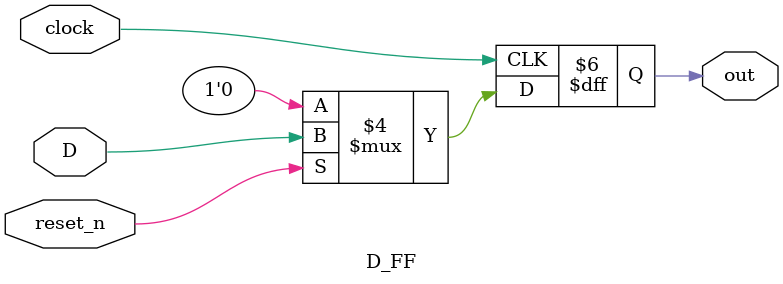
<source format=v>
`timescale 1ns / 1ps


module D_FF(

    input D,
    input clock,
    input reset_n,
    output reg out

    );
    
    always @(negedge clock)
    begin
    
        if(reset_n == 1)
            out <= D;
        else out <= 0;
    end
    
endmodule

</source>
